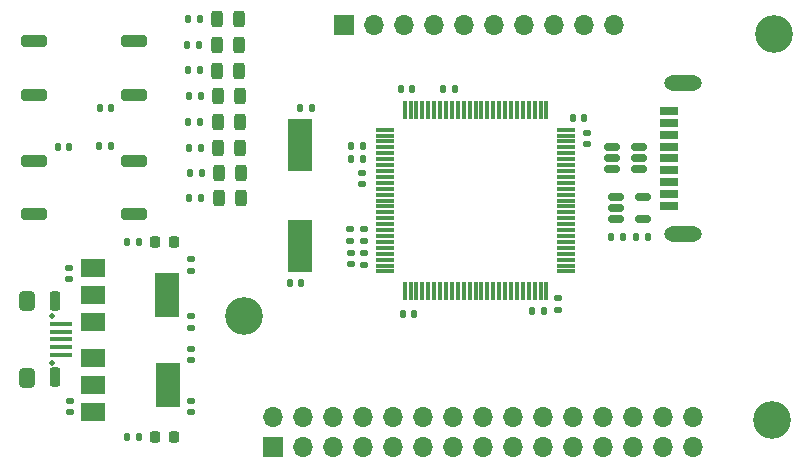
<source format=gbr>
%TF.GenerationSoftware,KiCad,Pcbnew,(6.0.2)*%
%TF.CreationDate,2022-03-17T20:21:47-04:00*%
%TF.ProjectId,sparkboxBreakout,73706172-6b62-46f7-9842-7265616b6f75,rev?*%
%TF.SameCoordinates,Original*%
%TF.FileFunction,Soldermask,Top*%
%TF.FilePolarity,Negative*%
%FSLAX46Y46*%
G04 Gerber Fmt 4.6, Leading zero omitted, Abs format (unit mm)*
G04 Created by KiCad (PCBNEW (6.0.2)) date 2022-03-17 20:21:47*
%MOMM*%
%LPD*%
G01*
G04 APERTURE LIST*
G04 Aperture macros list*
%AMRoundRect*
0 Rectangle with rounded corners*
0 $1 Rounding radius*
0 $2 $3 $4 $5 $6 $7 $8 $9 X,Y pos of 4 corners*
0 Add a 4 corners polygon primitive as box body*
4,1,4,$2,$3,$4,$5,$6,$7,$8,$9,$2,$3,0*
0 Add four circle primitives for the rounded corners*
1,1,$1+$1,$2,$3*
1,1,$1+$1,$4,$5*
1,1,$1+$1,$6,$7*
1,1,$1+$1,$8,$9*
0 Add four rect primitives between the rounded corners*
20,1,$1+$1,$2,$3,$4,$5,0*
20,1,$1+$1,$4,$5,$6,$7,0*
20,1,$1+$1,$6,$7,$8,$9,0*
20,1,$1+$1,$8,$9,$2,$3,0*%
G04 Aperture macros list end*
%ADD10C,3.200000*%
%ADD11R,2.000000X4.500000*%
%ADD12R,2.000000X1.500000*%
%ADD13R,2.000000X3.800000*%
%ADD14RoundRect,0.150000X-0.512500X-0.150000X0.512500X-0.150000X0.512500X0.150000X-0.512500X0.150000X0*%
%ADD15RoundRect,0.075000X-0.725000X-0.075000X0.725000X-0.075000X0.725000X0.075000X-0.725000X0.075000X0*%
%ADD16RoundRect,0.075000X-0.075000X-0.725000X0.075000X-0.725000X0.075000X0.725000X-0.075000X0.725000X0*%
%ADD17RoundRect,0.245000X0.855000X-0.245000X0.855000X0.245000X-0.855000X0.245000X-0.855000X-0.245000X0*%
%ADD18RoundRect,0.135000X0.135000X0.185000X-0.135000X0.185000X-0.135000X-0.185000X0.135000X-0.185000X0*%
%ADD19RoundRect,0.135000X-0.135000X-0.185000X0.135000X-0.185000X0.135000X0.185000X-0.135000X0.185000X0*%
%ADD20R,1.700000X1.700000*%
%ADD21O,1.700000X1.700000*%
%ADD22R,1.600000X0.700000*%
%ADD23O,3.200000X1.300000*%
%ADD24C,0.500000*%
%ADD25RoundRect,0.100000X-0.825000X0.100000X-0.825000X-0.100000X0.825000X-0.100000X0.825000X0.100000X0*%
%ADD26RoundRect,0.325000X-0.325000X0.520000X-0.325000X-0.520000X0.325000X-0.520000X0.325000X0.520000X0*%
%ADD27RoundRect,0.225000X-0.225000X0.587500X-0.225000X-0.587500X0.225000X-0.587500X0.225000X0.587500X0*%
%ADD28RoundRect,0.243750X-0.243750X-0.456250X0.243750X-0.456250X0.243750X0.456250X-0.243750X0.456250X0*%
%ADD29RoundRect,0.218750X-0.218750X-0.256250X0.218750X-0.256250X0.218750X0.256250X-0.218750X0.256250X0*%
%ADD30RoundRect,0.140000X-0.140000X-0.170000X0.140000X-0.170000X0.140000X0.170000X-0.140000X0.170000X0*%
%ADD31RoundRect,0.140000X0.140000X0.170000X-0.140000X0.170000X-0.140000X-0.170000X0.140000X-0.170000X0*%
%ADD32RoundRect,0.140000X-0.170000X0.140000X-0.170000X-0.140000X0.170000X-0.140000X0.170000X0.140000X0*%
%ADD33RoundRect,0.140000X0.170000X-0.140000X0.170000X0.140000X-0.170000X0.140000X-0.170000X-0.140000X0*%
G04 APERTURE END LIST*
D10*
%TO.C,*%
X111650000Y-105775000D03*
%TD*%
%TO.C,*%
X156500000Y-81900000D03*
%TD*%
%TO.C,*%
X156375000Y-114600000D03*
%TD*%
D11*
%TO.C,Y1*%
X116425000Y-99825000D03*
X116425000Y-91325000D03*
%TD*%
D12*
%TO.C,U5*%
X98875000Y-109300000D03*
D13*
X105175000Y-111600000D03*
D12*
X98875000Y-111600000D03*
X98875000Y-113900000D03*
%TD*%
D14*
%TO.C,U4*%
X142837500Y-91450000D03*
X142837500Y-92400000D03*
X142837500Y-93350000D03*
X145112500Y-93350000D03*
X145112500Y-92400000D03*
X145112500Y-91450000D03*
%TD*%
%TO.C,U3*%
X143112500Y-95700000D03*
X143112500Y-96650000D03*
X143112500Y-97600000D03*
X145387500Y-97600000D03*
X145387500Y-95700000D03*
%TD*%
D12*
%TO.C,U2*%
X98850000Y-101725000D03*
D13*
X105150000Y-104025000D03*
D12*
X98850000Y-104025000D03*
X98850000Y-106325000D03*
%TD*%
D15*
%TO.C,U1*%
X123575000Y-90000000D03*
X123575000Y-90500000D03*
X123575000Y-91000000D03*
X123575000Y-91500000D03*
X123575000Y-92000000D03*
X123575000Y-92500000D03*
X123575000Y-93000000D03*
X123575000Y-93500000D03*
X123575000Y-94000000D03*
X123575000Y-94500000D03*
X123575000Y-95000000D03*
X123575000Y-95500000D03*
X123575000Y-96000000D03*
X123575000Y-96500000D03*
X123575000Y-97000000D03*
X123575000Y-97500000D03*
X123575000Y-98000000D03*
X123575000Y-98500000D03*
X123575000Y-99000000D03*
X123575000Y-99500000D03*
X123575000Y-100000000D03*
X123575000Y-100500000D03*
X123575000Y-101000000D03*
X123575000Y-101500000D03*
X123575000Y-102000000D03*
D16*
X125250000Y-103675000D03*
X125750000Y-103675000D03*
X126250000Y-103675000D03*
X126750000Y-103675000D03*
X127250000Y-103675000D03*
X127750000Y-103675000D03*
X128250000Y-103675000D03*
X128750000Y-103675000D03*
X129250000Y-103675000D03*
X129750000Y-103675000D03*
X130250000Y-103675000D03*
X130750000Y-103675000D03*
X131250000Y-103675000D03*
X131750000Y-103675000D03*
X132250000Y-103675000D03*
X132750000Y-103675000D03*
X133250000Y-103675000D03*
X133750000Y-103675000D03*
X134250000Y-103675000D03*
X134750000Y-103675000D03*
X135250000Y-103675000D03*
X135750000Y-103675000D03*
X136250000Y-103675000D03*
X136750000Y-103675000D03*
X137250000Y-103675000D03*
D15*
X138925000Y-102000000D03*
X138925000Y-101500000D03*
X138925000Y-101000000D03*
X138925000Y-100500000D03*
X138925000Y-100000000D03*
X138925000Y-99500000D03*
X138925000Y-99000000D03*
X138925000Y-98500000D03*
X138925000Y-98000000D03*
X138925000Y-97500000D03*
X138925000Y-97000000D03*
X138925000Y-96500000D03*
X138925000Y-96000000D03*
X138925000Y-95500000D03*
X138925000Y-95000000D03*
X138925000Y-94500000D03*
X138925000Y-94000000D03*
X138925000Y-93500000D03*
X138925000Y-93000000D03*
X138925000Y-92500000D03*
X138925000Y-92000000D03*
X138925000Y-91500000D03*
X138925000Y-91000000D03*
X138925000Y-90500000D03*
X138925000Y-90000000D03*
D16*
X137250000Y-88325000D03*
X136750000Y-88325000D03*
X136250000Y-88325000D03*
X135750000Y-88325000D03*
X135250000Y-88325000D03*
X134750000Y-88325000D03*
X134250000Y-88325000D03*
X133750000Y-88325000D03*
X133250000Y-88325000D03*
X132750000Y-88325000D03*
X132250000Y-88325000D03*
X131750000Y-88325000D03*
X131250000Y-88325000D03*
X130750000Y-88325000D03*
X130250000Y-88325000D03*
X129750000Y-88325000D03*
X129250000Y-88325000D03*
X128750000Y-88325000D03*
X128250000Y-88325000D03*
X127750000Y-88325000D03*
X127250000Y-88325000D03*
X126750000Y-88325000D03*
X126250000Y-88325000D03*
X125750000Y-88325000D03*
X125250000Y-88325000D03*
%TD*%
D17*
%TO.C,SW2*%
X93895000Y-97125000D03*
X102355000Y-97125000D03*
X102355000Y-92625000D03*
X93895000Y-92625000D03*
%TD*%
%TO.C,SW1*%
X93845000Y-87025000D03*
X102305000Y-87025000D03*
X102305000Y-82525000D03*
X93845000Y-82525000D03*
%TD*%
D18*
%TO.C,R14*%
X100360000Y-91375000D03*
X99340000Y-91375000D03*
%TD*%
%TO.C,R13*%
X143770000Y-99075000D03*
X142750000Y-99075000D03*
%TD*%
D19*
%TO.C,R12*%
X144840000Y-99050000D03*
X145860000Y-99050000D03*
%TD*%
%TO.C,R11*%
X128515000Y-86575000D03*
X129535000Y-86575000D03*
%TD*%
D18*
%TO.C,R10*%
X108010000Y-95825000D03*
X106990000Y-95825000D03*
%TD*%
%TO.C,R9*%
X108085000Y-93700000D03*
X107065000Y-93700000D03*
%TD*%
%TO.C,R8*%
X108035000Y-91550000D03*
X107015000Y-91550000D03*
%TD*%
%TO.C,R7*%
X107935000Y-89375000D03*
X106915000Y-89375000D03*
%TD*%
%TO.C,R6*%
X108010000Y-87150000D03*
X106990000Y-87150000D03*
%TD*%
%TO.C,R5*%
X107935000Y-84975000D03*
X106915000Y-84975000D03*
%TD*%
%TO.C,R4*%
X107860000Y-82800000D03*
X106840000Y-82800000D03*
%TD*%
%TO.C,R3*%
X107885000Y-80650000D03*
X106865000Y-80650000D03*
%TD*%
%TO.C,R2*%
X102770000Y-116050000D03*
X101750000Y-116050000D03*
%TD*%
%TO.C,R1*%
X102785000Y-99475000D03*
X101765000Y-99475000D03*
%TD*%
D20*
%TO.C,J4*%
X114100000Y-116850000D03*
D21*
X114100000Y-114310000D03*
X116640000Y-116850000D03*
X116640000Y-114310000D03*
X119180000Y-116850000D03*
X119180000Y-114310000D03*
X121720000Y-116850000D03*
X121720000Y-114310000D03*
X124260000Y-116850000D03*
X124260000Y-114310000D03*
X126800000Y-116850000D03*
X126800000Y-114310000D03*
X129340000Y-116850000D03*
X129340000Y-114310000D03*
X131880000Y-116850000D03*
X131880000Y-114310000D03*
X134420000Y-116850000D03*
X134420000Y-114310000D03*
X136960000Y-116850000D03*
X136960000Y-114310000D03*
X139500000Y-116850000D03*
X139500000Y-114310000D03*
X142040000Y-116850000D03*
X142040000Y-114310000D03*
X144580000Y-116850000D03*
X144580000Y-114310000D03*
X147120000Y-116850000D03*
X147120000Y-114310000D03*
X149660000Y-116850000D03*
X149660000Y-114310000D03*
%TD*%
D20*
%TO.C,J3*%
X120075000Y-81100000D03*
D21*
X122615000Y-81100000D03*
X125155000Y-81100000D03*
X127695000Y-81100000D03*
X130235000Y-81100000D03*
X132775000Y-81100000D03*
X135315000Y-81100000D03*
X137855000Y-81100000D03*
X140395000Y-81100000D03*
X142935000Y-81100000D03*
%TD*%
D22*
%TO.C,J2*%
X147625000Y-95425000D03*
X147625000Y-93425000D03*
X147625000Y-91425000D03*
X147625000Y-89425000D03*
X147625000Y-88425000D03*
X147625000Y-90425000D03*
X147625000Y-92425000D03*
X147625000Y-94425000D03*
X147625000Y-96425000D03*
D23*
X148775000Y-98825000D03*
X148775000Y-86025000D03*
%TD*%
D24*
%TO.C,J1*%
X95425000Y-109750000D03*
X95425000Y-105750000D03*
D25*
X96110000Y-106450000D03*
X96110000Y-107100000D03*
X96110000Y-107750000D03*
X96110000Y-108400000D03*
X96110000Y-109050000D03*
D26*
X93275000Y-111020000D03*
X93275000Y-104480000D03*
D27*
X95635000Y-104540000D03*
X95635000Y-110960000D03*
%TD*%
D28*
%TO.C,D10*%
X111387500Y-95825000D03*
X109512500Y-95825000D03*
%TD*%
%TO.C,D9*%
X109487500Y-93700000D03*
X111362500Y-93700000D03*
%TD*%
%TO.C,D8*%
X109462500Y-91575000D03*
X111337500Y-91575000D03*
%TD*%
%TO.C,D7*%
X109412500Y-89375000D03*
X111287500Y-89375000D03*
%TD*%
%TO.C,D6*%
X109412500Y-87175000D03*
X111287500Y-87175000D03*
%TD*%
%TO.C,D5*%
X109387500Y-85000000D03*
X111262500Y-85000000D03*
%TD*%
%TO.C,D4*%
X109387500Y-82825000D03*
X111262500Y-82825000D03*
%TD*%
%TO.C,D3*%
X109387500Y-80650000D03*
X111262500Y-80650000D03*
%TD*%
D29*
%TO.C,D2*%
X104137500Y-116050000D03*
X105712500Y-116050000D03*
%TD*%
%TO.C,D1*%
X104137500Y-99475000D03*
X105712500Y-99475000D03*
%TD*%
D30*
%TO.C,C23*%
X95865000Y-91475000D03*
X96825000Y-91475000D03*
%TD*%
D31*
%TO.C,C22*%
X100405000Y-88150000D03*
X99445000Y-88150000D03*
%TD*%
D32*
%TO.C,C21*%
X107150000Y-112940000D03*
X107150000Y-113900000D03*
%TD*%
%TO.C,C20*%
X107175000Y-108570000D03*
X107175000Y-109530000D03*
%TD*%
D33*
%TO.C,C19*%
X96950000Y-113900000D03*
X96950000Y-112940000D03*
%TD*%
D32*
%TO.C,C18*%
X107175000Y-105795000D03*
X107175000Y-106755000D03*
%TD*%
%TO.C,C17*%
X107175000Y-100970000D03*
X107175000Y-101930000D03*
%TD*%
D33*
%TO.C,C16*%
X96850000Y-102675000D03*
X96850000Y-101715000D03*
%TD*%
D32*
%TO.C,C15*%
X120675000Y-100445000D03*
X120675000Y-101405000D03*
%TD*%
%TO.C,C14*%
X121800000Y-100475000D03*
X121800000Y-101435000D03*
%TD*%
D33*
%TO.C,C13*%
X120650000Y-99405000D03*
X120650000Y-98445000D03*
%TD*%
%TO.C,C12*%
X121800000Y-99405000D03*
X121800000Y-98445000D03*
%TD*%
D30*
%TO.C,C11*%
X116425000Y-88200000D03*
X117385000Y-88200000D03*
%TD*%
D31*
%TO.C,C10*%
X116480000Y-103000000D03*
X115520000Y-103000000D03*
%TD*%
D30*
%TO.C,C9*%
X136045000Y-105375000D03*
X137005000Y-105375000D03*
%TD*%
D33*
%TO.C,C8*%
X140650000Y-91205000D03*
X140650000Y-90245000D03*
%TD*%
D31*
%TO.C,C7*%
X121705000Y-91400000D03*
X120745000Y-91400000D03*
%TD*%
D30*
%TO.C,C6*%
X124945000Y-86525000D03*
X125905000Y-86525000D03*
%TD*%
%TO.C,C5*%
X139490000Y-88975000D03*
X140450000Y-88975000D03*
%TD*%
D32*
%TO.C,C4*%
X138250000Y-104270000D03*
X138250000Y-105230000D03*
%TD*%
D31*
%TO.C,C3*%
X126055000Y-105600000D03*
X125095000Y-105600000D03*
%TD*%
D33*
%TO.C,C2*%
X121650000Y-94630000D03*
X121650000Y-93670000D03*
%TD*%
D31*
%TO.C,C1*%
X121680000Y-92450000D03*
X120720000Y-92450000D03*
%TD*%
M02*

</source>
